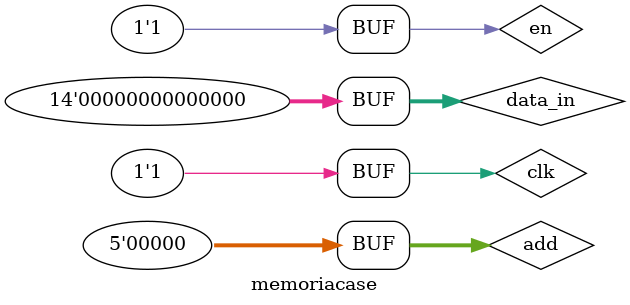
<source format=v>
`timescale 1ns / 1ps


module memoriacase;

	// Inputs
	reg [4:0] add;
	reg en;
	reg clk;
	reg [13:0] data_in;

	// Outputs
	wire [13:0] data_out;

	// Instantiate the Unit Under Test (UUT)
	memoria uut (
		.add(add), 
		.en(en), 
		.clk(clk), 
		.data_in(data_in), 
		.data_out(data_out)
	);

	initial begin
		// Initialize Inputs
		add = 0;
		en = 0;
		clk = 0;
		data_in = 0;

		// Wait 100 ns for global reset to finish
		#100;
     	add = 0;
		en = 1;
		clk = 1;
		data_in = 0;
		#100;
		
     	add = 0;
		en = 1;
		clk = 1;
		data_in = 0;

	end
      
endmodule


</source>
